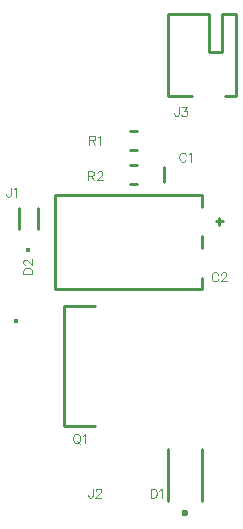
<source format=gbr>
G04 DipTrace 3.3.1.0*
G04 TopSilk.gbr*
%MOMM*%
G04 #@! TF.FileFunction,Legend,Top*
G04 #@! TF.Part,Single*
%ADD10C,0.25*%
%ADD19O,0.60002X0.60023*%
%ADD21C,0.40002*%
%ADD28O,0.39045X0.39104*%
%ADD63C,0.11765*%
%FSLAX35Y35*%
G04*
G71*
G90*
G75*
G01*
G04 TopSilk*
%LPD*%
X2418947Y4364050D2*
D10*
Y4493950D1*
X2746245Y4257123D2*
X1496248D1*
X2859080Y4034243D2*
X2919125D1*
X2889102Y4064243D2*
Y4004243D1*
X2746245Y3457123D2*
X1496248D1*
Y4257123D2*
Y3457123D1*
X2746245Y4257123D2*
Y4157123D1*
Y3557123D2*
Y3457123D1*
Y3907123D2*
Y3807123D1*
X2450445Y1665553D2*
Y2105519D1*
X2740448Y1665553D2*
Y2105519D1*
D19*
X2595461Y1565555D3*
X1189867Y3969207D2*
D10*
Y4149239D1*
X1349873Y3969207D2*
Y4149239D1*
D21*
X1269870Y3794225D3*
X3028873Y5091103D2*
D10*
Y5791127D1*
X2453873Y5091103D2*
Y5791127D1*
X3028873Y5091103D2*
X2933883D1*
X2453873D2*
X2653858D1*
X3028873Y5791127D2*
X2913873D1*
Y5471119D1*
X2803876Y5791127D2*
Y5471119D1*
Y5791127D2*
X2453873D1*
X2913873Y5471119D2*
X2803876D1*
X1573417Y3319759D2*
Y2299727D1*
Y3319759D2*
X1833375D1*
X1573417Y2299727D2*
X1833375D1*
D28*
X1171493Y3187367D3*
X2191670Y4794670D2*
D10*
X2131830D1*
X2191670Y4634830D2*
X2131830D1*
X2191670Y4508920D2*
X2131830D1*
X2191670Y4349080D2*
X2131830D1*
X2605402Y4597398D2*
D63*
X2601781Y4604642D1*
X2594452Y4611970D1*
X2587209Y4615592D1*
X2572637D1*
X2565309Y4611970D1*
X2558065Y4604642D1*
X2554359Y4597398D1*
X2550737Y4586448D1*
Y4568170D1*
X2554359Y4557304D1*
X2558065Y4549976D1*
X2565309Y4542732D1*
X2572637Y4539026D1*
X2587209D1*
X2594452Y4542732D1*
X2601781Y4549976D1*
X2605402Y4557304D1*
X2628932Y4600936D2*
X2636260Y4604642D1*
X2647210Y4615508D1*
Y4539026D1*
X2878203Y3583118D2*
X2874581Y3590362D1*
X2867253Y3597690D1*
X2860009Y3601312D1*
X2845437D1*
X2838109Y3597690D1*
X2830865Y3590362D1*
X2827159Y3583118D1*
X2823537Y3572168D1*
Y3553890D1*
X2827159Y3543024D1*
X2830865Y3535696D1*
X2838109Y3528452D1*
X2845437Y3524746D1*
X2860009D1*
X2867253Y3528452D1*
X2874581Y3535696D1*
X2878203Y3543024D1*
X2905438Y3583034D2*
Y3586656D1*
X2909060Y3593984D1*
X2912682Y3597606D1*
X2920010Y3601228D1*
X2934582D1*
X2941826Y3597606D1*
X2945448Y3593984D1*
X2949154Y3586656D1*
Y3579412D1*
X2945448Y3572084D1*
X2938204Y3561218D1*
X2901732Y3524746D1*
X2952776D1*
X2306481Y1768875D2*
Y1692310D1*
X2332003D1*
X2342953Y1696016D1*
X2350281Y1703260D1*
X2353903Y1710588D1*
X2357525Y1721453D1*
Y1739731D1*
X2353903Y1750681D1*
X2350281Y1757925D1*
X2342953Y1765253D1*
X2332003Y1768875D1*
X2306481D1*
X2381054Y1754219D2*
X2388382Y1757925D1*
X2399332Y1768791D1*
Y1692310D1*
X1228158Y3587208D2*
X1304724D1*
Y3612730D1*
X1301018Y3623680D1*
X1293774Y3631008D1*
X1286446Y3634630D1*
X1275580Y3638252D1*
X1257302D1*
X1246352Y3634630D1*
X1239108Y3631008D1*
X1231780Y3623680D1*
X1228158Y3612730D1*
Y3587208D1*
X1246436Y3665488D2*
X1242814D1*
X1235486Y3669110D1*
X1231864Y3672732D1*
X1228242Y3680060D1*
Y3694632D1*
X1231864Y3701875D1*
X1235486Y3705497D1*
X1242814Y3709203D1*
X1250058D1*
X1257386Y3705497D1*
X1268252Y3698253D1*
X1304724Y3661781D1*
Y3712825D1*
X1123279Y4317909D2*
Y4259621D1*
X1119657Y4248671D1*
X1115951Y4245049D1*
X1108707Y4241343D1*
X1101379D1*
X1094135Y4245049D1*
X1090513Y4248671D1*
X1086807Y4259621D1*
Y4266865D1*
X1146808Y4303252D2*
X1154136Y4306959D1*
X1165086Y4317824D1*
Y4241343D1*
X1815706Y1771392D2*
Y1713104D1*
X1812084Y1702154D1*
X1808378Y1698532D1*
X1801134Y1694826D1*
X1793806D1*
X1786562Y1698532D1*
X1782940Y1702154D1*
X1779234Y1713104D1*
Y1720348D1*
X1842942Y1753114D2*
Y1756736D1*
X1846563Y1764064D1*
X1850185Y1767686D1*
X1857513Y1771308D1*
X1872085D1*
X1879329Y1767686D1*
X1882951Y1764064D1*
X1886657Y1756736D1*
Y1749492D1*
X1882951Y1742164D1*
X1875707Y1731298D1*
X1839235Y1694826D1*
X1890279D1*
X2544263Y4999222D2*
Y4940934D1*
X2540641Y4929984D1*
X2536935Y4926362D1*
X2529691Y4922656D1*
X2522363D1*
X2515119Y4926362D1*
X2511497Y4929984D1*
X2507791Y4940934D1*
Y4948178D1*
X2575120Y4999138D2*
X2615130D1*
X2593314Y4969994D1*
X2604264D1*
X2611508Y4966372D1*
X2615130Y4962750D1*
X2618836Y4951800D1*
Y4944556D1*
X2615130Y4933606D1*
X2607886Y4926278D1*
X2596936Y4922656D1*
X2585986D1*
X2575120Y4926278D1*
X2571498Y4929984D1*
X2567792Y4937228D1*
X1673760Y2233485D2*
X1666516Y2229948D1*
X1659188Y2222620D1*
X1655566Y2215291D1*
X1651860Y2204341D1*
Y2186148D1*
X1655566Y2175198D1*
X1659188Y2167954D1*
X1666516Y2160626D1*
X1673760Y2157004D1*
X1688332D1*
X1695660Y2160626D1*
X1702904Y2167954D1*
X1706526Y2175198D1*
X1710232Y2186148D1*
Y2204341D1*
X1706526Y2215291D1*
X1702904Y2222620D1*
X1695660Y2229948D1*
X1688332Y2233485D1*
X1673760D1*
X1684710Y2171576D2*
X1706526Y2149676D1*
X1733762Y2218829D2*
X1741090Y2222535D1*
X1752040Y2233401D1*
Y2156920D1*
X1788758Y4722217D2*
X1821523D1*
X1832473Y4725923D1*
X1836180Y4729545D1*
X1839802Y4736789D1*
Y4744117D1*
X1836180Y4751361D1*
X1832473Y4755067D1*
X1821523Y4758689D1*
X1788758D1*
Y4682123D1*
X1814280Y4722217D2*
X1839802Y4682123D1*
X1863331Y4744032D2*
X1870659Y4747739D1*
X1881609Y4758604D1*
Y4682123D1*
X1776878Y4420700D2*
X1809644D1*
X1820594Y4424406D1*
X1824300Y4428028D1*
X1827922Y4435272D1*
Y4442600D1*
X1824300Y4449844D1*
X1820594Y4453550D1*
X1809644Y4457172D1*
X1776878D1*
Y4380606D1*
X1802400Y4420700D2*
X1827922Y4380606D1*
X1855158Y4438894D2*
Y4442516D1*
X1858779Y4449844D1*
X1862401Y4453466D1*
X1869729Y4457088D1*
X1884301D1*
X1891545Y4453466D1*
X1895167Y4449844D1*
X1898873Y4442516D1*
Y4435272D1*
X1895167Y4427944D1*
X1887923Y4417078D1*
X1851451Y4380606D1*
X1902495D1*
M02*

</source>
